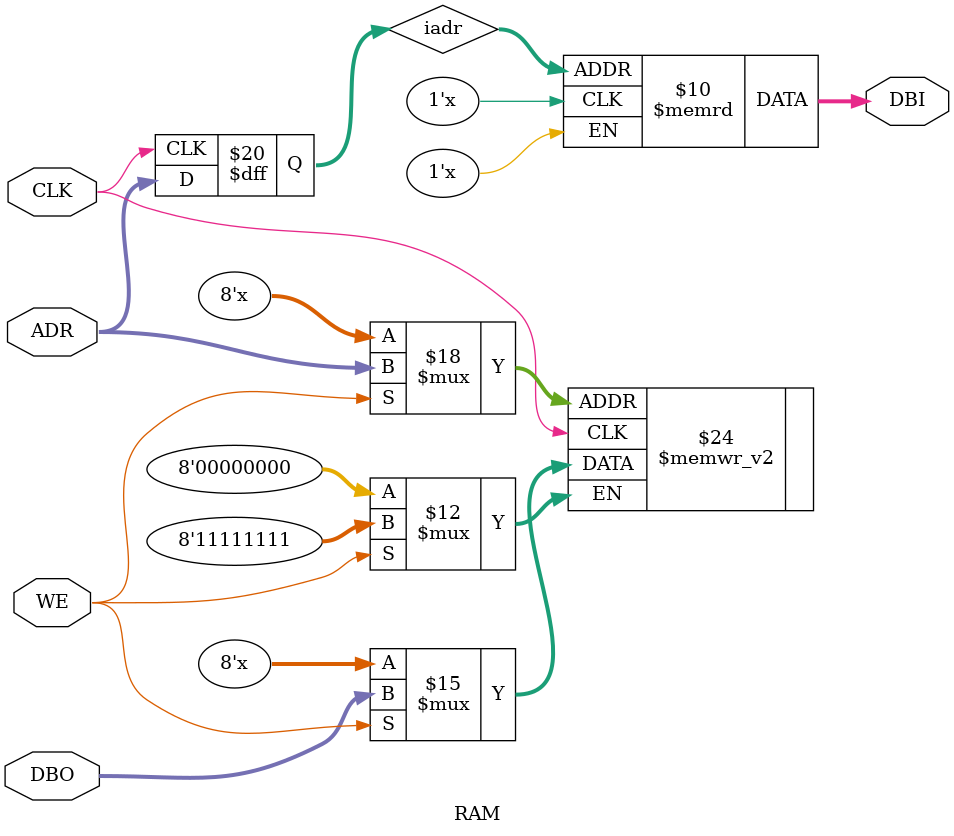
<source format=v>


// The result of translation follows.  Its copyright status should be
// considered unchanged from the original VHDL.

//
// ram.vhd
//   256 bytes of block memory
//   Revision 1.00
//
// Copyright (c) 2006 Kazuhiro Tsujikawa (ESE Artists' factory)
// All rights reserved.
//
// Redistribution and use of this source code or any derivative works, are
// permitted provided that the following conditions are met:
//
// 1. Redistributions of source code must retain the above copyright notice,
//    this list of conditions and the following disclaimer.
// 2. Redistributions in binary form must reproduce the above copyright
//    notice, this list of conditions and the following disclaimer in the
//    documentation and/or other materials provided with the distribution.
// 3. Redistributions may not be sold, nor may they be used in a commercial
//    product or activity without specific prior written permission.
//
// THIS SOFTWARE IS PROVIDED BY THE COPYRIGHT HOLDERS AND CONTRIBUTORS
// "AS IS" AND ANY EXPRESS OR IMPLIED WARRANTIES, INCLUDING, BUT NOT LIMITED
// TO, THE IMPLIED WARRANTIES OF MERCHANTABILITY AND FITNESS FOR A PARTICULAR
// PURPOSE ARE DISCLAIMED. IN NO EVENT SHALL THE COPYRIGHT OWNER OR
// CONTRIBUTORS BE LIABLE FOR ANY DIRECT, INDIRECT, INCIDENTAL, SPECIAL,
// EXEMPLARY, OR CONSEQUENTIAL DAMAGES (INCLUDING, BUT NOT LIMITED TO,
// PROCUREMENT OF SUBSTITUTE GOODS OR SERVICES; LOSS OF USE, DATA, OR PROFITS;
// OR BUSINESS INTERRUPTION) HOWEVER CAUSED AND ON ANY THEORY OF LIABILITY,
// WHETHER IN CONTRACT, STRICT LIABILITY, OR TORT (INCLUDING NEGLIGENCE OR
// OTHERWISE) ARISING IN ANY WAY OUT OF THE USE OF THIS SOFTWARE, EVEN IF
// ADVISED OF THE POSSIBILITY OF SUCH DAMAGE.
//
// no timescale needed

module RAM (
    input wire [7:0] ADR,
    input wire CLK,
    input wire WE,
    input wire [7:0] DBO,
    output wire [7:0] DBI
);

  reg [7:0] blkram[255:0];
  reg [7:0] iadr;

  always @(posedge CLK) begin
    if ((WE == 1'b1)) begin
      blkram[ADR] <= DBO;
    end
    iadr <= ADR;
  end

  assign DBI = blkram[iadr];

endmodule

</source>
